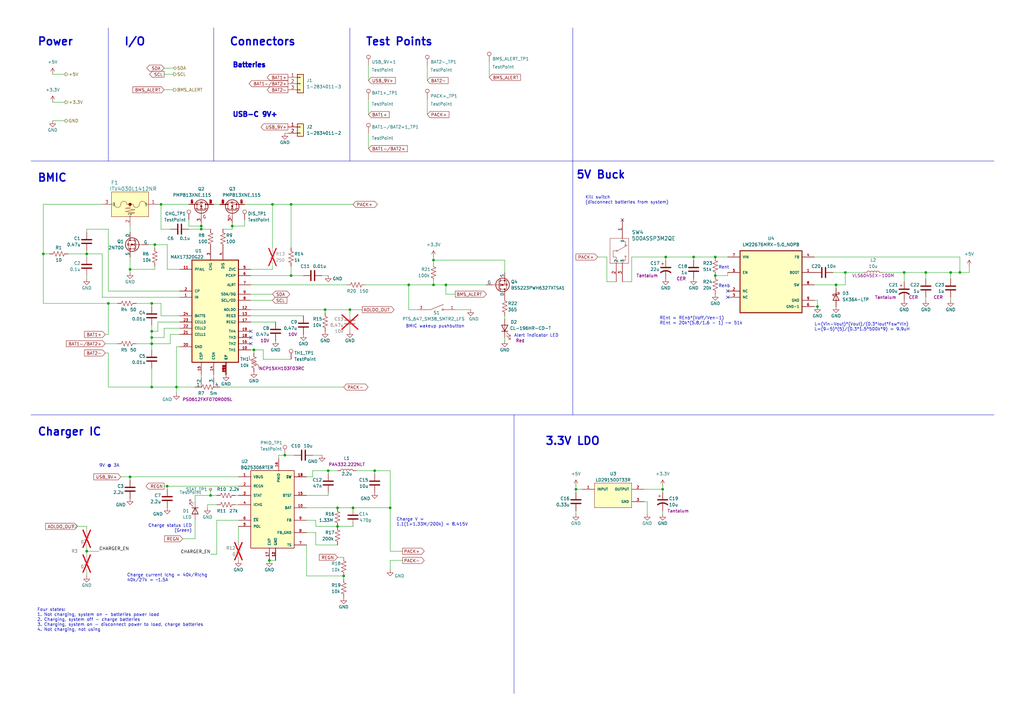
<source format=kicad_sch>
(kicad_sch (version 20230121) (generator eeschema)
  (paper "A3")
  (junction (at 389.89 111.76))
  (junction (at 72.39 158.75))
  (junction (at 53.34 110.49))
  (junction (at 62.23 135.89))
  (junction (at 53.34 195.58))
  (junction (at 138.43 215.9))
  (junction (at 167.64 116.84))
  (junction (at 35.56 226.06))
  (junction (at 138.43 208.28))
  (junction (at 119.38 83.82))
  (junction (at 62.23 158.75))
  (junction (at 35.56 104.14))
  (junction (at 116.84 186.69))
  (junction (at 134.62 193.04))
  (junction (at 342.9 116.84))
  (junction (at 62.23 140.97))
  (junction (at 335.28 125.73))
  (junction (at 160.02 208.28))
  (junction (at 133.35 127))
  (junction (at 271.78 200.66))
  (junction (at 44.45 124.46))
  (junction (at 62.23 138.43))
  (junction (at 119.38 113.03))
  (junction (at 140.97 236.22))
  (junction (at 62.23 124.46))
  (junction (at 177.8 116.84))
  (junction (at 144.78 208.28))
  (junction (at 379.73 111.76))
  (junction (at 110.49 229.87))
  (junction (at 66.04 83.82))
  (junction (at 68.58 199.39))
  (junction (at 273.05 105.41))
  (junction (at 143.51 127))
  (junction (at 82.55 92.71))
  (junction (at 370.84 111.76))
  (junction (at 111.76 83.82))
  (junction (at 346.71 111.76))
  (junction (at 177.8 106.68))
  (junction (at 153.67 193.04))
  (junction (at 182.88 116.84))
  (junction (at 284.48 105.41))
  (junction (at 82.55 93.98))
  (junction (at 17.78 104.14))
  (junction (at 104.14 143.51))
  (junction (at 293.37 113.03))
  (junction (at 236.22 200.66))
  (junction (at 293.37 105.41))
  (junction (at 95.25 92.71))
  (junction (at 63.5 100.33))
  (junction (at 393.7 111.76))
  (junction (at 86.36 203.2))
  (no_connect (at 102.87 140.97))
  (no_connect (at 102.87 138.43))
  (no_connect (at 102.87 135.89))
  (no_connect (at 255.27 90.17))
  (no_connect (at 298.45 119.38))
  (no_connect (at 298.45 121.92))
  (wire (pts (xy 113.03 132.08) (xy 102.87 132.08)))
  (wire (pts (xy 87.63 153.67) (xy 87.63 154.94)))
  (wire (pts (xy 265.43 205.74) (xy 265.43 210.82)))
  (wire (pts (xy 341.63 111.76) (xy 346.71 111.76)))
  (wire (pts (xy 27.94 104.14) (xy 35.56 104.14)))
  (wire (pts (xy 138.43 228.6) (xy 140.97 228.6)))
  (wire (pts (xy 53.34 196.85) (xy 53.34 195.58)))
  (wire (pts (xy 95.25 91.44) (xy 95.25 92.71)))
  (wire (pts (xy 379.73 111.76) (xy 389.89 111.76)))
  (wire (pts (xy 144.78 208.28) (xy 160.02 208.28)))
  (wire (pts (xy 62.23 151.13) (xy 62.23 158.75)))
  (wire (pts (xy 114.3 186.69) (xy 116.84 186.69)))
  (wire (pts (xy 68.58 100.33) (xy 68.58 110.49)))
  (wire (pts (xy 17.78 104.14) (xy 17.78 124.46)))
  (wire (pts (xy 69.85 137.16) (xy 69.85 140.97)))
  (wire (pts (xy 72.39 158.75) (xy 72.39 161.29)))
  (wire (pts (xy 361.95 111.76) (xy 370.84 111.76)))
  (wire (pts (xy 63.5 100.33) (xy 68.58 100.33)))
  (wire (pts (xy 85.09 207.01) (xy 88.9 207.01)))
  (wire (pts (xy 68.58 199.39) (xy 68.58 200.66)))
  (wire (pts (xy 35.56 224.79) (xy 35.56 226.06)))
  (wire (pts (xy 80.01 203.2) (xy 80.01 205.74)))
  (wire (pts (xy 271.78 199.39) (xy 271.78 200.66)))
  (wire (pts (xy 186.69 120.65) (xy 182.88 120.65)))
  (wire (pts (xy 55.88 124.46) (xy 62.23 124.46)))
  (wire (pts (xy 111.76 83.82) (xy 111.76 101.6)))
  (wire (pts (xy 255.27 115.57) (xy 259.08 115.57)))
  (polyline (pts (xy 12.7 66.04) (xy 234.95 66.04)))
  (wire (pts (xy 77.47 93.98) (xy 82.55 93.98)))
  (wire (pts (xy 111.76 110.49) (xy 111.76 109.22)))
  (polyline (pts (xy 143.51 11.43) (xy 143.51 66.04)))
  (wire (pts (xy 379.73 121.92) (xy 379.73 123.19)))
  (polyline (pts (xy 12.7 170.18) (xy 407.67 170.18)))
  (wire (pts (xy 182.88 116.84) (xy 199.39 116.84)))
  (wire (pts (xy 342.9 116.84) (xy 346.71 116.84)))
  (wire (pts (xy 96.52 207.01) (xy 97.79 207.01)))
  (wire (pts (xy 97.79 222.25) (xy 97.79 215.9)))
  (wire (pts (xy 129.54 215.9) (xy 129.54 213.36)))
  (wire (pts (xy 67.31 138.43) (xy 67.31 134.62)))
  (wire (pts (xy 111.76 83.82) (xy 119.38 83.82)))
  (wire (pts (xy 151.13 46.99) (xy 151.13 40.64)))
  (wire (pts (xy 128.27 193.04) (xy 128.27 195.58)))
  (wire (pts (xy 53.34 111.76) (xy 53.34 110.49)))
  (wire (pts (xy 248.92 105.41) (xy 248.92 115.57)))
  (wire (pts (xy 370.84 111.76) (xy 379.73 111.76)))
  (wire (pts (xy 72.39 142.24) (xy 72.39 158.75)))
  (wire (pts (xy 177.8 107.95) (xy 177.8 106.68)))
  (wire (pts (xy 236.22 201.93) (xy 236.22 200.66)))
  (wire (pts (xy 175.26 33.02) (xy 175.26 26.67)))
  (wire (pts (xy 138.43 208.28) (xy 144.78 208.28)))
  (wire (pts (xy 66.04 93.98) (xy 66.04 83.82)))
  (wire (pts (xy 153.67 194.31) (xy 153.67 193.04)))
  (wire (pts (xy 128.27 195.58) (xy 125.73 195.58)))
  (wire (pts (xy 119.38 83.82) (xy 119.38 101.6)))
  (wire (pts (xy 86.36 200.66) (xy 86.36 203.2)))
  (wire (pts (xy 393.7 105.41) (xy 334.01 105.41)))
  (wire (pts (xy 129.54 223.52) (xy 138.43 223.52)))
  (wire (pts (xy 114.3 186.69) (xy 114.3 187.96)))
  (wire (pts (xy 177.8 106.68) (xy 207.01 106.68)))
  (wire (pts (xy 334.01 123.19) (xy 335.28 123.19)))
  (wire (pts (xy 67.31 199.39) (xy 68.58 199.39)))
  (wire (pts (xy 104.14 143.51) (xy 104.14 144.78)))
  (wire (pts (xy 41.91 104.14) (xy 35.56 104.14)))
  (wire (pts (xy 132.08 186.69) (xy 128.27 186.69)))
  (wire (pts (xy 62.23 158.75) (xy 72.39 158.75)))
  (wire (pts (xy 82.55 153.67) (xy 82.55 154.94)))
  (wire (pts (xy 334.01 125.73) (xy 335.28 125.73)))
  (wire (pts (xy 64.77 132.08) (xy 73.66 132.08)))
  (wire (pts (xy 248.92 115.57) (xy 252.73 115.57)))
  (wire (pts (xy 160.02 229.87) (xy 165.1 229.87)))
  (wire (pts (xy 86.36 203.2) (xy 88.9 203.2)))
  (wire (pts (xy 41.91 121.92) (xy 73.66 121.92)))
  (wire (pts (xy 66.04 124.46) (xy 66.04 129.54)))
  (wire (pts (xy 100.33 83.82) (xy 111.76 83.82)))
  (wire (pts (xy 259.08 105.41) (xy 273.05 105.41)))
  (wire (pts (xy 342.9 118.11) (xy 342.9 116.84)))
  (wire (pts (xy 389.89 121.92) (xy 389.89 123.19)))
  (wire (pts (xy 35.56 215.9) (xy 35.56 217.17)))
  (wire (pts (xy 97.79 213.36) (xy 88.9 213.36)))
  (wire (pts (xy 104.14 143.51) (xy 107.95 143.51)))
  (wire (pts (xy 102.87 127) (xy 133.35 127)))
  (wire (pts (xy 153.67 193.04) (xy 160.02 193.04)))
  (wire (pts (xy 67.31 138.43) (xy 62.23 138.43)))
  (wire (pts (xy 44.45 119.38) (xy 73.66 119.38)))
  (wire (pts (xy 298.45 111.76) (xy 298.45 113.03)))
  (wire (pts (xy 44.45 124.46) (xy 44.45 137.16)))
  (wire (pts (xy 62.23 124.46) (xy 62.23 125.73)))
  (wire (pts (xy 68.58 199.39) (xy 97.79 199.39)))
  (wire (pts (xy 119.38 109.22) (xy 119.38 113.03)))
  (wire (pts (xy 334.01 116.84) (xy 342.9 116.84)))
  (wire (pts (xy 43.18 140.97) (xy 48.26 140.97)))
  (wire (pts (xy 138.43 215.9) (xy 144.78 215.9)))
  (wire (pts (xy 17.78 83.82) (xy 17.78 104.14)))
  (wire (pts (xy 90.17 83.82) (xy 87.63 83.82)))
  (wire (pts (xy 125.73 236.22) (xy 125.73 223.52)))
  (wire (pts (xy 107.95 147.32) (xy 119.38 147.32)))
  (wire (pts (xy 64.77 135.89) (xy 62.23 135.89)))
  (wire (pts (xy 110.49 229.87) (xy 113.03 229.87)))
  (wire (pts (xy 69.85 140.97) (xy 62.23 140.97)))
  (wire (pts (xy 167.64 127) (xy 167.64 116.84)))
  (wire (pts (xy 63.5 110.49) (xy 63.5 109.22)))
  (wire (pts (xy 68.58 110.49) (xy 73.66 110.49)))
  (wire (pts (xy 73.66 142.24) (xy 72.39 142.24)))
  (wire (pts (xy 236.22 200.66) (xy 238.76 200.66)))
  (wire (pts (xy 53.34 92.71) (xy 53.34 95.25)))
  (wire (pts (xy 133.35 128.27) (xy 133.35 127)))
  (wire (pts (xy 82.55 92.71) (xy 82.55 93.98)))
  (wire (pts (xy 88.9 227.33) (xy 86.36 227.33)))
  (wire (pts (xy 134.62 193.04) (xy 138.43 193.04)))
  (wire (pts (xy 62.23 133.35) (xy 62.23 135.89)))
  (wire (pts (xy 298.45 113.03) (xy 293.37 113.03)))
  (wire (pts (xy 102.87 110.49) (xy 111.76 110.49)))
  (wire (pts (xy 82.55 93.98) (xy 86.36 93.98)))
  (wire (pts (xy 35.56 93.98) (xy 35.56 95.25)))
  (wire (pts (xy 111.76 123.19) (xy 102.87 123.19)))
  (wire (pts (xy 72.39 158.75) (xy 80.01 158.75)))
  (wire (pts (xy 62.23 135.89) (xy 62.23 138.43)))
  (wire (pts (xy 48.26 124.46) (xy 44.45 124.46)))
  (wire (pts (xy 95.25 92.71) (xy 95.25 93.98)))
  (wire (pts (xy 41.91 121.92) (xy 41.91 104.14)))
  (wire (pts (xy 116.84 54.61) (xy 118.11 54.61)))
  (wire (pts (xy 100.33 90.17) (xy 100.33 92.71)))
  (wire (pts (xy 44.45 158.75) (xy 62.23 158.75)))
  (wire (pts (xy 165.1 226.06) (xy 160.02 226.06)))
  (wire (pts (xy 67.31 134.62) (xy 73.66 134.62)))
  (wire (pts (xy 271.78 200.66) (xy 264.16 200.66)))
  (wire (pts (xy 393.7 105.41) (xy 393.7 111.76)))
  (wire (pts (xy 379.73 114.3) (xy 379.73 111.76)))
  (wire (pts (xy 160.02 193.04) (xy 160.02 208.28)))
  (wire (pts (xy 134.62 113.03) (xy 132.08 113.03)))
  (wire (pts (xy 66.04 129.54) (xy 73.66 129.54)))
  (wire (pts (xy 55.88 140.97) (xy 62.23 140.97)))
  (wire (pts (xy 236.22 210.82) (xy 236.22 209.55)))
  (wire (pts (xy 389.89 114.3) (xy 389.89 111.76)))
  (wire (pts (xy 31.75 215.9) (xy 35.56 215.9)))
  (wire (pts (xy 149.86 116.84) (xy 167.64 116.84)))
  (wire (pts (xy 90.17 158.75) (xy 140.97 158.75)))
  (wire (pts (xy 66.04 93.98) (xy 69.85 93.98)))
  (polyline (pts (xy 44.45 11.43) (xy 44.45 66.04)))
  (wire (pts (xy 273.05 105.41) (xy 284.48 105.41)))
  (wire (pts (xy 44.45 144.78) (xy 44.45 158.75)))
  (wire (pts (xy 60.96 100.33) (xy 63.5 100.33)))
  (wire (pts (xy 21.59 49.53) (xy 26.67 49.53)))
  (wire (pts (xy 102.87 113.03) (xy 119.38 113.03)))
  (wire (pts (xy 140.97 237.49) (xy 140.97 236.22)))
  (wire (pts (xy 49.53 195.58) (xy 53.34 195.58)))
  (wire (pts (xy 177.8 105.41) (xy 177.8 106.68)))
  (wire (pts (xy 119.38 113.03) (xy 124.46 113.03)))
  (wire (pts (xy 35.56 105.41) (xy 35.56 104.14)))
  (wire (pts (xy 273.05 106.68) (xy 273.05 105.41)))
  (wire (pts (xy 64.77 83.82) (xy 66.04 83.82)))
  (polyline (pts (xy 234.95 11.43) (xy 234.95 66.04)))
  (wire (pts (xy 44.45 93.98) (xy 44.45 119.38)))
  (wire (pts (xy 125.73 236.22) (xy 140.97 236.22)))
  (wire (pts (xy 134.62 203.2) (xy 134.62 201.93)))
  (wire (pts (xy 82.55 92.71) (xy 77.47 92.71)))
  (wire (pts (xy 85.09 207.01) (xy 85.09 208.28)))
  (wire (pts (xy 265.43 205.74) (xy 264.16 205.74)))
  (polyline (pts (xy 210.82 170.18) (xy 210.82 284.48)))
  (wire (pts (xy 129.54 218.44) (xy 129.54 223.52)))
  (wire (pts (xy 82.55 91.44) (xy 82.55 92.71)))
  (wire (pts (xy 44.45 93.98) (xy 35.56 93.98)))
  (wire (pts (xy 129.54 213.36) (xy 125.73 213.36)))
  (polyline (pts (xy 234.95 66.04) (xy 407.67 66.04)))
  (wire (pts (xy 397.51 109.22) (xy 397.51 111.76)))
  (wire (pts (xy 21.59 41.91) (xy 26.67 41.91)))
  (wire (pts (xy 63.5 101.6) (xy 63.5 100.33)))
  (wire (pts (xy 74.93 220.98) (xy 80.01 220.98)))
  (wire (pts (xy 393.7 111.76) (xy 397.51 111.76)))
  (wire (pts (xy 125.73 208.28) (xy 138.43 208.28)))
  (wire (pts (xy 96.52 203.2) (xy 97.79 203.2)))
  (wire (pts (xy 80.01 203.2) (xy 86.36 203.2)))
  (wire (pts (xy 177.8 116.84) (xy 182.88 116.84)))
  (wire (pts (xy 160.02 208.28) (xy 160.02 226.06)))
  (wire (pts (xy 111.76 120.65) (xy 102.87 120.65)))
  (wire (pts (xy 17.78 83.82) (xy 41.91 83.82)))
  (wire (pts (xy 245.11 105.41) (xy 248.92 105.41)))
  (wire (pts (xy 207.01 106.68) (xy 207.01 111.76)))
  (wire (pts (xy 43.18 144.78) (xy 44.45 144.78)))
  (wire (pts (xy 207.01 139.7) (xy 207.01 138.43)))
  (wire (pts (xy 160.02 229.87) (xy 160.02 233.68)))
  (wire (pts (xy 346.71 111.76) (xy 346.71 116.84)))
  (wire (pts (xy 80.01 220.98) (xy 80.01 213.36)))
  (wire (pts (xy 20.32 104.14) (xy 17.78 104.14)))
  (wire (pts (xy 186.69 127) (xy 193.04 127)))
  (wire (pts (xy 389.89 111.76) (xy 393.7 111.76)))
  (wire (pts (xy 284.48 106.68) (xy 284.48 105.41)))
  (wire (pts (xy 107.95 143.51) (xy 107.95 147.32)))
  (wire (pts (xy 271.78 210.82) (xy 271.78 209.55)))
  (wire (pts (xy 335.28 123.19) (xy 335.28 125.73)))
  (wire (pts (xy 236.22 199.39) (xy 236.22 200.66)))
  (wire (pts (xy 53.34 195.58) (xy 97.79 195.58)))
  (polyline (pts (xy 234.95 66.04) (xy 234.95 170.18)))
  (wire (pts (xy 271.78 201.93) (xy 271.78 200.66)))
  (wire (pts (xy 146.05 193.04) (xy 153.67 193.04)))
  (wire (pts (xy 177.8 115.57) (xy 177.8 116.84)))
  (wire (pts (xy 138.43 215.9) (xy 129.54 215.9)))
  (wire (pts (xy 102.87 116.84) (xy 142.24 116.84)))
  (wire (pts (xy 77.47 90.17) (xy 77.47 92.71)))
  (wire (pts (xy 35.56 226.06) (xy 40.64 226.06)))
  (wire (pts (xy 35.56 226.06) (xy 35.56 227.33)))
  (wire (pts (xy 134.62 193.04) (xy 128.27 193.04)))
  (wire (pts (xy 119.38 83.82) (xy 144.78 83.82)))
  (wire (pts (xy 21.59 30.48) (xy 26.67 30.48)))
  (wire (pts (xy 182.88 120.65) (xy 182.88 116.84)))
  (wire (pts (xy 100.33 92.71) (xy 95.25 92.71)))
  (wire (pts (xy 35.56 236.22) (xy 35.56 234.95)))
  (wire (pts (xy 125.73 203.2) (xy 134.62 203.2)))
  (wire (pts (xy 167.64 127) (xy 171.45 127)))
  (wire (pts (xy 284.48 105.41) (xy 293.37 105.41)))
  (wire (pts (xy 53.34 105.41) (xy 53.34 110.49)))
  (wire (pts (xy 259.08 115.57) (xy 259.08 105.41)))
  (wire (pts (xy 35.56 114.3) (xy 35.56 113.03)))
  (wire (pts (xy 63.5 110.49) (xy 53.34 110.49)))
  (wire (pts (xy 71.12 36.83) (xy 67.31 36.83)))
  (wire (pts (xy 62.23 138.43) (xy 62.23 140.97)))
  (wire (pts (xy 71.12 30.48) (xy 67.31 30.48)))
  (wire (pts (xy 71.12 27.94) (xy 67.31 27.94)))
  (wire (pts (xy 151.13 60.96) (xy 151.13 54.61)))
  (wire (pts (xy 104.14 143.51) (xy 102.87 143.51)))
  (wire (pts (xy 143.51 127) (xy 148.59 127)))
  (wire (pts (xy 346.71 111.76) (xy 354.33 111.76)))
  (wire (pts (xy 293.37 105.41) (xy 298.45 105.41)))
  (wire (pts (xy 62.23 143.51) (xy 62.23 140.97)))
  (wire (pts (xy 124.46 129.54) (xy 102.87 129.54)))
  (wire (pts (xy 207.01 130.81) (xy 207.01 129.54)))
  (wire (pts (xy 64.77 132.08) (xy 64.77 135.89)))
  (wire (pts (xy 167.64 116.84) (xy 177.8 116.84)))
  (wire (pts (xy 43.18 137.16) (xy 44.45 137.16)))
  (wire (pts (xy 200.66 31.75) (xy 200.66 25.4)))
  (wire (pts (xy 116.84 186.69) (xy 120.65 186.69)))
  (wire (pts (xy 88.9 213.36) (xy 88.9 227.33)))
  (polyline (pts (xy 87.63 11.43) (xy 87.63 66.04)))
  (wire (pts (xy 35.56 104.14) (xy 35.56 102.87)))
  (wire (pts (xy 125.73 218.44) (xy 129.54 218.44)))
  (wire (pts (xy 151.13 33.02) (xy 151.13 26.67)))
  (wire (pts (xy 370.84 111.76) (xy 370.84 115.57)))
  (wire (pts (xy 175.26 46.99) (xy 175.26 40.64)))
  (wire (pts (xy 143.51 128.27) (xy 143.51 127)))
  (wire (pts (xy 17.78 124.46) (xy 44.45 124.46)))
  (wire (pts (xy 69.85 137.16) (xy 73.66 137.16)))
  (wire (pts (xy 62.23 124.46) (xy 66.04 124.46)))
  (wire (pts (xy 66.04 83.82) (xy 77.47 83.82)))
  (wire (pts (xy 133.35 127) (xy 143.51 127)))
  (wire (pts (xy 95.25 93.98) (xy 91.44 93.98)))
  (wire (pts (xy 134.62 193.04) (xy 134.62 194.31)))
  (text "REnt = REnb*(Voff/Ven-1)\nREnt = 20k*(5.8/1.6 - 1) ~= 51k" (at 270.51 133.35 0) (effects (font (size 1.27 1.27)) (justify left bottom)))
  (text "USB-C 9V+" (at 95.25 48.26 0) (effects (font (size 2 2) (thickness 0.6) bold) (justify left bottom)))
  (text "Rent" (at 294.64 110.49 0) (effects (font (size 1.27 1.27)) (justify left bottom)))
  (text "5V Buck" (at 236.22 73.66 0) (effects (font (size 3.2 3.2) (thickness 0.6) bold) (justify left bottom)))
  (text "BMIC wakeup pushbutton" (at 166.37 134.62 0) (effects (font (size 1.27 1.27)) (justify left bottom)))
  (text "Test Points" (at 149.86 19.05 0) (effects (font (size 3.2 3.2) (thickness 0.6) bold) (justify left bottom)))
  (text "I/O" (at 50.8 19.05 0) (effects (font (size 3.2 3.2) (thickness 0.6) bold) (justify left bottom)))
  (text "Alert indicator LED" (at 210.82 138.43 0) (effects (font (size 1.27 1.27)) (justify left bottom)))
  (text "Connectors" (at 93.98 19.05 0) (effects (font (size 3.2 3.2) (thickness 0.6) bold) (justify left bottom)))
  (text "Charge V =\n1.1(1+1.33M/200k) = 8.415V" (at 162.56 215.9 0) (effects (font (size 1.27 1.27)) (justify left bottom)))
  (text "L=(Vin-Vout)*(Vout)/(0.3*Iout*Fsw*Vin)\nL=(9-5)*(5)/(0.3*1.5*500k*9) = 9.9uH" (at 334.01 135.89 0) (effects (font (size 1.27 1.27)) (justify left bottom)))
  (text "3.3V LDO" (at 223.52 182.88 0) (effects (font (size 3.2 3.2) (thickness 0.6) bold) (justify left bottom)))
  (text "Charger IC" (at 15.24 179.07 0) (effects (font (size 3.2 3.2) (thickness 0.6) bold) (justify left bottom)))
  (text "Kill switch\n(disconnect batteries from system)" (at 240.03 83.82 0) (effects (font (size 1.27 1.27)) (justify left bottom)))
  (text "Batteries" (at 95.25 27.94 0) (effects (font (size 2 2) (thickness 0.6) bold) (justify left bottom)))
  (text "Four states:\n1. Not charging, system on - batteries power load\n2. Charging, system off - charge batteries\n3. Charging, system on - disconnect power to load, charge batteries\n4. Not charging, not using" (at 15.24 259.08 0) (effects (font (size 1.27 1.27)) (justify left bottom)))
  (text "BMIC" (at 15.24 74.93 0) (effects (font (size 3.2 3.2) (thickness 0.6) bold) (justify left bottom)))
  (text "9V @ 3A" (at 40.64 191.77 0) (effects (font (size 1.27 1.27)) (justify left bottom)))
  (text "Power" (at 15.24 19.05 0) (effects (font (size 3.2 3.2) (thickness 0.6) bold) (justify left bottom)))
  (text "Charge current Ichg = 40k/RIchg\n40k/27k = ~1.5A" (at 52.07 238.76 0) (effects (font (size 1.27 1.27)) (justify left bottom)))
  (text "Charge status LED\n(Green)" (at 78.74 218.44 0) (effects (font (size 1.27 1.27)) (justify right bottom)))
  (text "Renb" (at 294.64 118.11 0) (effects (font (size 1.27 1.27)) (justify left bottom)))
  (label "CHARGER_EN" (at 86.36 227.33 180))
  (label "CHARGER_EN" (at 40.64 226.06 0))
  (global_label "SDA" (shape bidirectional) (at 111.76 120.65 0) (property "Intersheetrefs" "${INTERSHEET_REFS}" (effects hide)))
  (global_label "PACK+" (shape bidirectional) (at 144.78 83.82 0) (property "Intersheetrefs" "${INTERSHEET_REFS}" (effects hide)))
  (global_label "REGN" (shape input) (at 74.93 220.98 180) (property "Intersheetrefs" "${INTERSHEET_REFS}" (effects hide)))
  (global_label "BAT2-" (shape input) (at 43.18 144.78 180) (property "Intersheetrefs" "${INTERSHEET_REFS}" (effects hide)))
  (global_label "PACK+" (shape output) (at 165.1 226.06 0) (property "Intersheetrefs" "${INTERSHEET_REFS}" (effects hide)))
  (global_label "SCL" (shape input) (at 111.76 123.19 0) (property "Intersheetrefs" "${INTERSHEET_REFS}" (effects hide)))
  (global_label "BAT1-{slash}BAT2+" (shape input) (at 43.18 140.97 180) (property "Intersheetrefs" "${INTERSHEET_REFS}" (effects hide)))
  (global_label "BMS_ALERT" (shape input) (at 200.66 31.75 0) (property "Intersheetrefs" "${INTERSHEET_REFS}" (effects hide)))
  (global_label "BAT1+" (shape output) (at 118.11 31.75 180) (property "Intersheetrefs" "${INTERSHEET_REFS}" (effects hide)))
  (global_label "BAT1+" (shape input) (at 43.18 137.16 180) (property "Intersheetrefs" "${INTERSHEET_REFS}" (effects hide)))
  (global_label "BAT1+" (shape input) (at 151.13 46.99 0) (property "Intersheetrefs" "${INTERSHEET_REFS}" (effects hide)))
  (global_label "BAT1-{slash}BAT2+" (shape output) (at 118.11 34.29 180) (property "Intersheetrefs" "${INTERSHEET_REFS}" (effects hide)))
  (global_label "AOLDO_OUT" (shape output) (at 148.59 127 0) (property "Intersheetrefs" "${INTERSHEET_REFS}" (effects hide)))
  (global_label "REGN" (shape input) (at 138.43 228.6 180) (property "Intersheetrefs" "${INTERSHEET_REFS}" (effects hide)))
  (global_label "PACK+" (shape input) (at 175.26 46.99 0) (property "Intersheetrefs" "${INTERSHEET_REFS}" (effects hide)))
  (global_label "USB_9V+" (shape output) (at 118.11 52.07 180) (property "Intersheetrefs" "${INTERSHEET_REFS}" (effects hide)))
  (global_label "AOLDO_OUT" (shape input) (at 31.75 215.9 180) (property "Intersheetrefs" "${INTERSHEET_REFS}" (effects hide)))
  (global_label "PACK-" (shape bidirectional) (at 140.97 158.75 0) (property "Intersheetrefs" "${INTERSHEET_REFS}" (effects hide)))
  (global_label "BMS_ALERT" (shape input) (at 67.31 36.83 180) (property "Intersheetrefs" "${INTERSHEET_REFS}" (effects hide)))
  (global_label "USB_9V+" (shape input) (at 49.53 195.58 180) (property "Intersheetrefs" "${INTERSHEET_REFS}" (effects hide)))
  (global_label "USB_9V+" (shape input) (at 151.13 33.02 0) (property "Intersheetrefs" "${INTERSHEET_REFS}" (effects hide)))
  (global_label "PACK+" (shape input) (at 245.11 105.41 180) (property "Intersheetrefs" "${INTERSHEET_REFS}" (effects hide)))
  (global_label "REGN" (shape output) (at 67.31 199.39 180) (property "Intersheetrefs" "${INTERSHEET_REFS}" (effects hide)))
  (global_label "SDA" (shape bidirectional) (at 67.31 27.94 180) (property "Intersheetrefs" "${INTERSHEET_REFS}" (effects hide)))
  (global_label "PACK-" (shape output) (at 165.1 229.87 0) (property "Intersheetrefs" "${INTERSHEET_REFS}" (effects hide)))
  (global_label "BAT2-" (shape output) (at 118.11 36.83 180) (property "Intersheetrefs" "${INTERSHEET_REFS}" (effects hide)))
  (global_label "SCL" (shape output) (at 67.31 30.48 180) (property "Intersheetrefs" "${INTERSHEET_REFS}" (effects hide)))
  (global_label "BMS_ALERT" (shape output) (at 186.69 120.65 0) (property "Intersheetrefs" "${INTERSHEET_REFS}" (effects hide)))
  (global_label "BAT1-{slash}BAT2+" (shape input) (at 151.13 60.96 0) (property "Intersheetrefs" "${INTERSHEET_REFS}" (effects hide)))
  (global_label "BAT2-" (shape input) (at 175.26 33.02 0) (property "Intersheetrefs" "${INTERSHEET_REFS}" (effects hide)))
  (hierarchical_label "SCL" (shape output) (at 71.12 30.48 0))
  (hierarchical_label "+5V" (shape output) (at 26.67 30.48 0))
  (hierarchical_label "GND" (shape output) (at 26.67 49.53 0))
  (hierarchical_label "SDA" (shape bidirectional) (at 71.12 27.94 0))
  (hierarchical_label "+3.3V" (shape output) (at 26.67 41.91 0))
  (hierarchical_label "BMS_ALERT" (shape output) (at 71.12 36.83 0))
  (symbol (lib_id "power:GND") (at 273.05 114.3 0) (unit 1)
    (property "Reference" "#PWR046" (effects hide))
    (property "Value" "GND" (at 273.05 118.11 0))
  )
  (symbol (lib_id "power:GND") (at 124.46 137.16 0) (unit 1)
    (property "Reference" "#PWR030" (effects hide))
    (property "Value" "GND" (at 124.46 140.97 0))
  )
  (symbol (lib_id "Device:R_US") (at 140.97 241.3 0) (unit 1)
    (property "Reference" "R19" (at 135.89 240.03 0) (effects (justify left)))
    (property "Value" "10k" (at 135.89 242.57 0) (effects (justify left)))
    (property "Footprint" "Resistor_SMD:R_0402_1005Metric_Pad0.72x0.64mm_HandSolder" (effects hide))
  )
  (symbol (lib_id "BMS:500ASSP3M2QE") (at 255.27 90.17 270) (unit 1)
    (property "Reference" "SW4" (at 259.08 95.25 90) (effects (font (size 1.524 1.524)) (justify left)))
    (property "Value" "500ASSP3M2QE" (at 259.08 97.79 90) (effects (font (size 1.524 1.524)) (justify left)))
    (property "Footprint" "500ASSP3M2QE_EWI" (effects hide))
    (property "Datasheet" "500ASSP3M2QE" (effects hide))
  )
  (symbol (lib_id "power:GND") (at 342.9 125.73 0) (unit 1)
    (property "Reference" "#PWR053" (effects hide))
    (property "Value" "GND" (at 342.9 129.54 0))
  )
  (symbol (lib_id "Device:C") (at 62.23 147.32 0) (unit 1)
    (property "Reference" "C5" (at 59.69 146.05 0) (effects (justify right)))
    (property "Value" "0.01u" (at 59.69 148.59 0) (effects (justify right)))
    (property "Footprint" "Capacitor_SMD:C_0402_1005Metric_Pad0.74x0.62mm_HandSolder" (effects hide))
  )
  (symbol (lib_id "Device:R_US") (at 35.56 220.98 0) (unit 1) (dnp yes)
    (property "Reference" "R2" (at 29.21 215.9 0) (effects (justify left)))
    (property "Value" "0" (at 33.02 222.25 0) (effects (justify left)))
    (property "Footprint" "Resistor_SMD:R_0402_1005Metric_Pad0.72x0.64mm_HandSolder" (effects hide))
  )
  (symbol (lib_id "Device:R_US") (at 35.56 231.14 0) (unit 1) (dnp yes)
    (property "Reference" "R3" (at 29.21 226.06 0) (effects (justify left)))
    (property "Value" "0" (at 33.02 232.41 0) (effects (justify left)))
    (property "Footprint" "Resistor_SMD:R_0402_1005Metric_Pad0.72x0.64mm_HandSolder" (effects hide))
  )
  (symbol (lib_id "Connector:TestPoint") (at 100.33 90.17 0) (unit 1)
    (property "Reference" "DIS_TP1" (at 101.6 87.63 0) (effects (justify left)))
    (property "Value" "TestPoint" (at 101.6 90.17 0) (effects (justify left)))
    (property "Footprint" "TestPoint:TestPoint_Pad_D1.5mm" (effects hide))
  )
  (symbol (lib_id "2024-10-02_16-38-03:ITV4030L1412NR") (at 38.1 83.82 0) (unit 1)
    (property "Reference" "F1" (at 46.99 74.93 0) (effects (font (size 1.524 1.524))))
    (property "Value" "ITV4030L1412NR" (at 54.61 77.47 0) (effects (font (size 1.524 1.524))))
    (property "Footprint" "Sensify Footprints:ITV4030_LTF" (effects hide))
    (property "Datasheet" "https://mm.digikey.com/Volume0/opasdata/d220001/medias/docus/194/ITV4030_12A_Series_DS.pdf" (effects hide))
  )
  (symbol (lib_id "Device:C") (at 153.67 198.12 0) (unit 1)
    (property "Reference" "C15" (at 151.13 196.85 0) (effects (justify right)))
    (property "Value" "10u" (at 151.13 199.39 0) (effects (justify right)))
    (property "Footprint" "Capacitor_SMD:C_0805_2012Metric_Pad1.18x1.45mm_HandSolder" (effects hide))
  )
  (symbol (lib_id "power:GND") (at 35.56 114.3 0) (unit 1)
    (property "Reference" "#PWR018" (effects hide))
    (property "Value" "GND" (at 35.56 118.11 0))
  )
  (symbol (lib_id "power:+3.3V") (at 21.59 41.91 0) (unit 1)
    (property "Reference" "#PWR015" (effects hide))
    (property "Value" "+3.3V" (at 21.59 36.83 0))
  )
  (symbol (lib_id "power:GND") (at 110.49 229.87 0) (unit 1)
    (property "Reference" "#PWR027" (effects hide))
    (property "Value" "GND" (at 110.49 233.68 0))
  )
  (symbol (lib_id "BMS:LM22676MRX-5.0_NOPB") (at 316.23 115.57 0) (unit 1)
    (property "Reference" "U4" (at 316.23 97.79 0))
    (property "Value" "LM22676MRX-5.0_NOPB" (at 316.23 100.33 0))
    (property "Footprint" "Sensify Footprints:VREG_LM5017MR_NOPB" (effects hide))
    (property "Datasheet" "https://www.ti.com/lit/ds/symlink/lm22676.pdf?HQS=dis-dk-null-digikeymode-dsf-pf-null-wwe&ts=1730089609705&ref_url=https%253A%252F%252Fwww.icqqg.com%252F" (effects hide))
  )
  (symbol (lib_id "power:GND") (at 116.84 54.61 0) (unit 1)
    (property "Reference" "#PWR029" (effects hide))
    (property "Value" "GND" (at 116.84 58.42 0))
  )
  (symbol (lib_id "power:GND") (at 35.56 236.22 0) (unit 1)
    (property "Reference" "#PWR017" (effects hide))
    (property "Value" "GND" (at 35.56 240.03 0))
  )
  (symbol (lib_id "Device:R_US") (at 177.8 111.76 0) (unit 1)
    (property "Reference" "R21" (at 172.72 110.49 0) (effects (justify left)))
    (property "Value" "100k" (at 171.45 113.03 0) (effects (justify left)))
    (property "Footprint" "Resistor_SMD:R_0402_1005Metric_Pad0.72x0.64mm_HandSolder" (effects hide))
  )
  (symbol (lib_id "Device:C_Polarized_US") (at 273.05 110.49 0) (unit 1)
    (property "Reference" "C17" (at 266.7 107.95 0) (effects (justify left)))
    (property "Value" "22u" (at 266.7 110.49 0) (effects (justify left)))
    (property "Footprint" "Sensify Footprints:CAPPM3528X210N" (effects hide))
    (property "Datasheet" "https://www.vishay.com/docs/40002/293d.pdf" (effects hide))
    (property "Material" "Tantalum" (at 265.43 113.03 0))
  )
  (symbol (lib_id "Device:R_US") (at 140.97 232.41 0) (unit 1)
    (property "Reference" "R18" (at 135.89 231.14 0) (effects (justify left)))
    (property "Value" "10k" (at 135.89 233.68 0) (effects (justify left)))
    (property "Footprint" "Resistor_SMD:R_0402_1005Metric_Pad0.72x0.64mm_HandSolder" (effects hide))
  )
  (symbol (lib_id "Connector_Generic:Conn_01x02") (at 123.19 52.07 0) (unit 1)
    (property "Reference" "J2" (at 125.73 52.07 0) (effects (justify left)))
    (property "Value" "1-2834011-2" (at 125.73 54.61 0) (effects (justify left)))
    (property "Footprint" "Sensify Footprints:128340112" (effects hide))
    (property "Datasheet" "https://www.te.com/commerce/DocumentDelivery/DDEController?Action=srchrtrv&DocNm=1-1773872-7_ModularScrewlessTerminalBloc&DocType=DS&DocLang=English" (effects hide))
  )
  (symbol (lib_id "power:GND") (at 335.28 125.73 0) (unit 1)
    (property "Reference" "#PWR052" (effects hide))
    (property "Value" "GND" (at 335.28 129.54 0))
  )
  (symbol (lib_id "power:GND") (at 143.51 135.89 0) (unit 1)
    (property "Reference" "#PWR035" (effects hide))
    (property "Value" "GND" (at 143.51 139.7 0))
  )
  (symbol (lib_id "power:GND") (at 271.78 210.82 0) (unit 1)
    (property "Reference" "#PWR050" (effects hide))
    (property "Value" "GND" (at 271.78 214.63 0))
  )
  (symbol (lib_id "Connector:TestPoint") (at 77.47 90.17 0) (mirror y) (unit 1)
    (property "Reference" "CHG_TP1" (at 76.2 87.63 0) (effects (justify left)))
    (property "Value" "TestPoint" (at 76.2 90.17 0) (effects (justify left)))
    (property "Footprint" "TestPoint:TestPoint_Pad_D1.5mm" (effects hide))
  )
  (symbol (lib_id "Device:R_US") (at 52.07 124.46 270) (unit 1)
    (property "Reference" "R4" (at 49.53 127 90) (effects (justify left)))
    (property "Value" "50" (at 53.34 127 90) (effects (justify left)))
    (property "Footprint" "Resistor_SMD:R_0805_2012Metric_Pad1.20x1.40mm_HandSolder" (effects hide))
  )
  (symbol (lib_id "power:GND") (at 133.35 135.89 0) (unit 1)
    (property "Reference" "#PWR032" (effects hide))
    (property "Value" "GND" (at 133.35 139.7 0))
  )
  (symbol (lib_id "power:GND") (at 104.14 152.4 0) (unit 1)
    (property "Reference" "#PWR026" (effects hide))
    (property "Value" "GND" (at 104.14 156.21 0))
  )
  (symbol (lib_id "power:GND") (at 113.03 139.7 0) (unit 1)
    (property "Reference" "#PWR028" (effects hide))
    (property "Value" "GND" (at 113.03 143.51 0))
  )
  (symbol (lib_id "Device:R_US") (at 138.43 219.71 0) (unit 1)
    (property "Reference" "R17" (at 133.35 218.44 0) (effects (justify left)))
    (property "Value" "200k" (at 132.08 220.98 0) (effects (justify left)))
    (property "Footprint" "Resistor_SMD:R_0402_1005Metric_Pad0.72x0.64mm_HandSolder" (effects hide))
  )
  (symbol (lib_id "power:GND") (at 97.79 229.87 0) (unit 1)
    (property "Reference" "#PWR025" (effects hide))
    (property "Value" "GND" (at 97.79 233.68 0))
  )
  (symbol (lib_id "Device:C") (at 144.78 212.09 0) (unit 1)
    (property "Reference" "C14" (at 151.13 210.82 0) (effects (justify right)))
    (property "Value" "470p" (at 152.4 213.36 0) (effects (justify right)))
    (property "Footprint" "Capacitor_SMD:C_0402_1005Metric_Pad0.74x0.62mm_HandSolder" (effects hide))
  )
  (symbol (lib_id "Device:R_US") (at 207.01 125.73 0) (unit 1)
    (property "Reference" "R22" (at 208.28 124.46 0) (effects (justify left)))
    (property "Value" "365" (at 208.28 127 0) (effects (justify left)))
    (property "Footprint" "Resistor_SMD:R_0402_1005Metric_Pad0.72x0.64mm_HandSolder" (effects hide))
  )
  (symbol (lib_id "Simulation_SPICE:PMOS") (at 204.47 116.84 0) (mirror x) (unit 1)
    (property "Reference" "Q4" (at 209.55 115.57 0) (effects (justify left)))
    (property "Value" "BSS223PWH6327XTSA1" (at 209.55 118.11 0) (effects (justify left)))
    (property "Footprint" "Sensify Footprints:SOT65P210X100-3N" (effects hide))
    (property "Datasheet" "https://www.infineon.com/dgdl/Infineon-BSS223PW-DS-v01_05-en.pdf?fileId=db3a3043321e49940132481523b6245f" (effects hide))
    (property "Sim.Device" "PMOS" (effects hide))
    (property "Sim.Type" "VDMOS" (effects hide))
    (property "Sim.Pins" "1=D 2=G 3=S" (effects hide))
  )
  (symbol (lib_id "power:GND") (at 193.04 127 0) (unit 1)
    (property "Reference" "#PWR042" (effects hide))
    (property "Value" "GND" (at 194.31 130.81 0))
  )
  (symbol (lib_id "Device:R_Shunt_US") (at 85.09 158.75 90) (unit 1)
    (property "Reference" "R7" (at 82.55 161.29 90))
    (property "Value" "5m" (at 87.63 161.29 90))
    (property "Footprint" "Sensify Footprints:PS0612_2-10mOHM_YAG" (effects hide))
    (property "Datasheet" "https://www.yageo.com/upload/media/product/app/datasheet/rchip/pyu-ps_51_rohs.pdf" (effects hide))
    (property "Part number" "PS0612FKF070R005L" (at 85.09 163.83 90))
  )
  (symbol (lib_id "power:GND") (at 265.43 210.82 0) (unit 1)
    (property "Reference" "#PWR047" (effects hide))
    (property "Value" "GND" (at 265.43 214.63 0))
  )
  (symbol (lib_id "power:GND") (at 53.34 204.47 0) (unit 1)
    (property "Reference" "#PWR020" (effects hide))
    (property "Value" "GND" (at 49.53 207.01 0))
  )
  (symbol (lib_id "Device:C") (at 389.89 118.11 0) (unit 1)
    (property "Reference" "C23" (at 387.35 116.84 0) (effects (justify right)))
    (property "Value" "1u" (at 387.35 119.38 0) (effects (justify right)))
    (property "Footprint" "Capacitor_SMD:C_0603_1608Metric_Pad1.08x0.95mm_HandSolder" (effects hide))
    (property "Material" "CER" (at 384.81 121.92 0))
  )
  (symbol (lib_id "Device:R_US") (at 63.5 105.41 0) (unit 1)
    (property "Reference" "R6" (at 58.42 104.14 0) (effects (justify left)))
    (property "Value" "10k" (at 58.42 106.68 0) (effects (justify left)))
    (property "Footprint" "Resistor_SMD:R_0402_1005Metric_Pad0.72x0.64mm_HandSolder" (effects hide))
  )
  (symbol (lib_id "power:GND") (at 132.08 186.69 0) (unit 1)
    (property "Reference" "#PWR031" (effects hide))
    (property "Value" "GND" (at 128.27 189.23 0))
  )
  (symbol (lib_id "Connector:TestPoint") (at 151.13 26.67 0) (unit 1)
    (property "Reference" "USB_9V+1" (at 152.4 25.4 0) (effects (justify left)))
    (property "Value" "TestPoint" (at 152.4 28.702 0) (effects (justify left)))
    (property "Footprint" "TestPoint:TestPoint_Pad_D1.5mm" (effects hide))
  )
  (symbol (lib_id "Device:C") (at 143.51 132.08 0) (unit 1) (dnp yes)
    (property "Reference" "C13" (at 140.97 130.81 0) (effects (justify right)))
    (property "Value" "0.47u" (at 140.97 133.35 0) (effects (justify right)))
    (property "Footprint" "Capacitor_SMD:C_0402_1005Metric_Pad0.74x0.62mm_HandSolder" (effects hide))
    (property "Voltage" "10V" (at 140.97 135.89 0) (effects (justify right)))
  )
  (symbol (lib_id "power:GND") (at 370.84 123.19 0) (unit 1)
    (property "Reference" "#PWR054" (effects hide))
    (property "Value" "GND" (at 370.84 127 0))
  )
  (symbol (lib_id "power:+5V") (at 236.22 199.39 0) (unit 1)
    (property "Reference" "#PWR044" (effects hide))
    (property "Value" "+5V" (at 236.22 194.31 0))
  )
  (symbol (lib_id "power:GND") (at 379.73 123.19 0) (unit 1)
    (property "Reference" "#PWR055" (effects hide))
    (property "Value" "GND" (at 379.73 127 0))
  )
  (symbol (lib_id "Device:R_US") (at 86.36 97.79 0) (unit 1)
    (property "Reference" "R8" (at 81.28 96.52 0) (effects (justify left)))
    (property "Value" "100" (at 81.28 99.06 0) (effects (justify left)))
    (property "Footprint" "Resistor_SMD:R_0402_1005Metric_Pad0.72x0.64mm_HandSolder" (effects hide))
  )
  (symbol (lib_id "power:GND") (at 284.48 114.3 0) (unit 1)
    (property "Reference" "#PWR048" (effects hide))
    (property "Value" "GND" (at 284.48 118.11 0))
  )
  (symbol (lib_id "power:GND") (at 140.97 245.11 0) (unit 1)
    (property "Reference" "#PWR034" (effects hide))
    (property "Value" "GND" (at 140.97 248.92 0))
  )
  (symbol (lib_id "Device:Q_Dual_NMOS_S1G1S2G2D2D2D1D1") (at 95.25 86.36 0) (unit 1)
    (property "Reference" "Q3" (at 95.25 77.47 0))
    (property "Value" "PMPB13XNE,115" (at 99.06 80.01 0))
    (property "Footprint" "Sensify Footprints:DFN2020MD-6_SOT1220_NEX" (effects hide))
    (property "Datasheet" "https://assets.nexperia.com/documents/data-sheet/PMPB13XNE.pdf" (effects hide))
  )
  (symbol (lib_id "Device:C") (at 53.34 200.66 0) (unit 1)
    (property "Reference" "C3" (at 50.8 199.39 0) (effects (justify right)))
    (property "Value" "2.2u" (at 50.8 201.93 0) (effects (justify right)))
    (property "Footprint" "Capacitor_SMD:C_0603_1608Metric_Pad1.08x0.95mm_HandSolder" (effects hide))
  )
  (symbol (lib_id "power:+3.3V") (at 271.78 199.39 0) (unit 1)
    (property "Reference" "#PWR049" (effects hide))
    (property "Value" "+3.3V" (at 271.78 194.31 0))
  )
  (symbol (lib_id "power:GND") (at 68.58 208.28 0) (unit 1)
    (property "Reference" "#PWR022" (effects hide))
    (property "Value" "GND" (at 64.77 210.82 0))
  )
  (symbol (lib_id "power:GND") (at 53.34 111.76 0) (unit 1)
    (property "Reference" "#PWR019" (effects hide))
    (property "Value" "GND" (at 53.34 115.57 0))
  )
  (symbol (lib_id "Device:C") (at 236.22 205.74 0) (unit 1)
    (property "Reference" "C16" (at 233.68 204.47 0) (effects (justify right)))
    (property "Value" "0.33u" (at 233.68 207.01 0) (effects (justify right)))
    (property "Footprint" "Capacitor_SMD:C_0603_1608Metric_Pad1.08x0.95mm_HandSolder" (effects hide))
    (property "Voltage" "10V" (effects hide))
  )
  (symbol (lib_id "power:GND") (at 207.01 139.7 0) (unit 1)
    (property "Reference" "#PWR043" (effects hide))
    (property "Value" "GND" (at 207.01 143.51 0))
  )
  (symbol (lib_id "Connector:TestPoint") (at 116.84 186.69 0) (unit 1)
    (property "Reference" "PMID_TP1" (at 106.68 181.61 0) (effects (justify left)))
    (property "Value" "TestPoint" (at 106.68 184.15 0) (effects (justify left)))
    (property "Footprint" "TestPoint:TestPoint_Pad_D1.5mm" (effects hide))
  )
  (symbol (lib_id "Device:C") (at 35.56 109.22 0) (unit 1)
    (property "Reference" "C2" (at 33.02 107.95 0) (effects (justify right)))
    (property "Value" "0.1u" (at 33.02 110.49 0) (effects (justify right)))
    (property "Footprint" "Capacitor_SMD:C_0402_1005Metric_Pad0.74x0.62mm_HandSolder" (effects hide))
  )
  (symbol (lib_id "Device:LED") (at 80.01 209.55 270) (unit 1)
    (property "Reference" "D1" (at 74.93 209.55 90) (effects (justify left)))
    (property "Value" "LED" (at 74.93 212.09 90) (effects (justify left)))
    (property "Footprint" "Diode_SMD:D_0603_1608Metric_Pad1.05x0.95mm_HandSolder" (effects hide))
    (property "Datasheet" "https://mm.digikey.com/Volume0/opasdata/d220001/medias/docus/858/LTST-C190GKT.pdf" (effects hide))
    (property "Part number" "LTST-C190GKT" (effects hide))
  )
  (symbol (lib_id "Simulation_SPICE:NMOS") (at 55.88 100.33 0) (mirror y) (unit 1)
    (property "Reference" "Q1" (at 50.8 99.06 0) (effects (justify left)))
    (property "Value" "2N700" (at 50.8 101.6 0) (effects (justify left)))
    (property "Footprint" "Sensify Footprints:SOT95P240X111-3N" (effects hide))
    (property "Datasheet" "https://www.diodes.com/assets/Datasheets/ds11303.pdf" (effects hide))
  )
  (symbol (lib_id "power:GND") (at 92.71 153.67 0) (unit 1)
    (property "Reference" "#PWR024" (effects hide))
    (property "Value" "GND" (at 92.71 157.48 0))
  )
  (symbol (lib_id "BMS:PTS_647_SM38_SMTR2_LFS") (at 179.07 127 0) (unit 1)
    (property "Reference" "S1" (at 179.07 128.27 0))
    (property "Value" "PTS_647_SM38_SMTR2_LFS" (at 177.8 130.81 0))
    (property "Footprint" "Sensify Footprints:SW_PTS_647_SM38_SMTR2_LFS" (effects hide))
    (property "Datasheet" "https://www.ckswitches.com/media/2567/pts647.pdf" (effects hide))
    (property "PARTREV" "11 Jun 19" (effects hide))
    (property "STANDARD" "Manufacturer Recommendations" (effects hide))
    (property "MAXIMUM_PACKAGE_HEIGHT" "3.8 mm" (effects hide))
    (property "MANUFACTURER" "C&K" (effects hide))
  )
  (symbol (lib_id "Device:R_US") (at 293.37 109.22 0) (unit 1)
    (property "Reference" "R23" (at 288.29 107.95 0) (effects (justify left)))
    (property "Value" "51k" (at 288.29 110.49 0) (effects (justify left)))
    (property "Footprint" "Resistor_SMD:R_0603_1608Metric_Pad0.98x0.95mm_HandSolder" (effects hide))
  )
  (symbol (lib_id "Device:R_US") (at 111.76 105.41 0) (unit 1) (dnp yes)
    (property "Reference" "R13" (at 113.03 104.14 0) (effects (justify left)))
    (property "Value" "250" (at 113.03 106.68 0) (effects (justify left)))
    (property "Footprint" "Resistor_SMD:R_0402_1005Metric_Pad0.72x0.64mm_HandSolder" (effects hide))
  )
  (symbol (lib_id "Device:D_Schottky") (at 342.9 121.92 270) (unit 1)
    (property "Reference" "D3" (at 345.44 120.3325 90) (effects (justify left)))
    (property "Value" "SK36A-LTP" (at 345.44 122.8725 90) (effects (justify left)))
    (property "Footprint" "Sensify Footprints:DIOM5225X244N" (effects hide))
    (property "Datasheet" "https://www.digikey.com/en/products/detail/micro-commercial-co/SK36A-LTP/2642025" (effects hide))
  )
  (symbol (lib_id "Device:C") (at 73.66 93.98 90) (unit 1)
    (property "Reference" "C6" (at 68.58 97.79 90) (effects (justify right)))
    (property "Value" "0.1u" (at 73.66 97.79 90) (effects (justify right)))
    (property "Footprint" "Capacitor_SMD:C_0402_1005Metric_Pad0.74x0.62mm_HandSolder" (effects hide))
  )
  (symbol (lib_id "MAX17320G22_:MAX17320G22_") (at 106.68 149.86 0) (unit 1)
    (property "Reference" "U1" (at 80.01 102.87 0) (effects (justify left)))
    (property "Value" "MAX17320G22" (at 69.85 105.41 0) (effects (justify left)))
    (property "Footprint" "Sensify Footprints:TQFN-24" (effects hide))
    (property "Datasheet" "https://www.analog.com/media/en/technical-documentation/data-sheets/MAX17320.pdf" (effects hide))
    (property "MF" "Maxim Integrated Products" (effects hide))
    (property "Description" "\nBattery Fuel Gauge IC Lithium Ion/Polymer 24-TQFN (4x4)\n" (effects hide))
    (property "Package" "None" (effects hide))
    (property "Price" "None" (effects hide))
    (property "SnapEDA_Link" "https://www.snapeda.com/parts/MAX17320G22+/Analog+Devices/view-part/?ref=snap" (effects hide))
    (property "MP" "MAX17320G22+" (effects hide))
    (property "Availability" "In Stock" (effects hide))
    (property "Check_prices" "https://www.snapeda.com/parts/MAX17320G22+/Analog+Devices/view-part/?ref=eda" (effects hide))
  )
  (symbol (lib_id "power:GND") (at 85.09 208.28 0) (unit 1)
    (property "Reference" "#PWR023" (effects hide))
    (property "Value" "GND" (at 85.09 212.09 0))
  )
  (symbol (lib_id "Device:R_US") (at 92.71 203.2 270) (unit 1)
    (property "Reference" "R10" (at 88.9 200.66 90) (effects (justify left)))
    (property "Value" "2.2k" (at 93.98 200.66 90) (effects (justify left)))
    (property "Footprint" "Resistor_SMD:R_0402_1005Metric_Pad0.72x0.64mm_HandSolder" (effects hide))
  )
  (symbol (lib_id "Device:C") (at 62.23 129.54 0) (unit 1)
    (property "Reference" "C4" (at 59.69 128.27 0) (effects (justify right)))
    (property "Value" "0.01u" (at 59.69 130.81 0) (effects (justify right)))
    (property "Footprint" "Capacitor_SMD:C_0402_1005Metric_Pad0.74x0.62mm_HandSolder" (effects hide))
  )
  (symbol (lib_id "Device:C") (at 124.46 186.69 90) (unit 1)
    (property "Reference" "C10" (at 119.38 182.88 90) (effects (justify right)))
    (property "Value" "10u" (at 124.46 182.88 90) (effects (justify right)))
    (property "Footprint" "Capacitor_SMD:C_0805_2012Metric_Pad1.18x1.45mm_HandSolder" (effects hide))
  )
  (symbol (lib_id "Device:Q_Dual_NMOS_S1G1S2G2D2D2D1D1") (at 82.55 86.36 0) (mirror y) (unit 1)
    (property "Reference" "Q2" (at 82.55 77.47 0))
    (property "Value" "PMPB13XNE,115" (at 78.74 80.01 0))
    (property "Footprint" "Sensify Footprints:DFN2020MD-6_SOT1220_NEX" (effects hide))
    (property "Datasheet" "https://assets.nexperia.com/documents/data-sheet/PMPB13XNE.pdf" (effects hide))
  )
  (symbol (lib_id "power:+5V") (at 21.59 30.48 0) (unit 1)
    (property "Reference" "#PWR014" (effects hide))
    (property "Value" "+5V" (at 21.59 25.4 0))
  )
  (symbol (lib_id "Device:Thermistor_US") (at 104.14 148.59 180) (unit 1)
    (property "Reference" "TH1" (at 100.33 147.32 0))
    (property "Value" "10k" (at 100.33 149.86 0))
    (property "Footprint" "Resistor_SMD:R_0402_1005Metric_Pad0.72x0.64mm_HandSolder" (effects hide))
    (property "Datasheet" "https://www.murata.com/en-us/api/pdfdownloadapi?cate=&partno=NCP15XH103F03RC" (effects hide))
    (property "Part number" "NCP15XH103F03RC" (at 115.57 151.13 0))
  )
  (symbol (lib_id "Device:R_US") (at 146.05 116.84 270) (unit 1)
    (property "Reference" "R20" (at 142.24 119.38 90) (effects (justify left)))
    (property "Value" "150" (at 147.32 119.38 90) (effects (justify left)))
    (property "Footprint" "Resistor_SMD:R_0402_1005Metric_Pad0.72x0.64mm_HandSolder" (effects hide))
  )
  (symbol (lib_id "Connector:TestPoint") (at 175.26 40.64 0) (unit 1)
    (property "Reference" "PACK+_TP1" (at 176.53 39.37 0) (effects (justify left)))
    (property "Value" "TestPoint" (at 176.53 42.672 0) (effects (justify left)))
    (property "Footprint" "TestPoint:TestPoint_Pad_D1.5mm" (effects hide))
  )
  (symbol (lib_id "power:GND") (at 160.02 233.68 0) (unit 1)
    (property "Reference" "#PWR040" (effects hide))
    (property "Value" "GND" (at 163.83 236.22 0))
  )
  (symbol (lib_id "Connector_Generic:Conn_01x03") (at 123.19 34.29 0) (unit 1)
    (property "Reference" "J1" (at 125.73 33.02 0) (effects (justify left)))
    (property "Value" "1-2834011-3" (at 125.73 35.56 0) (effects (justify left)))
    (property "Footprint" "Sensify Footprints:128340113" (effects hide))
  )
  (symbol (lib_id "Device:C") (at 284.48 110.49 0) (unit 1)
    (property "Reference" "C18" (at 281.94 109.22 0) (effects (justify right)))
    (property "Value" "1u" (at 281.94 111.76 0) (effects (justify right)))
    (property "Footprint" "Capacitor_SMD:C_0603_1608Metric_Pad1.08x0.95mm_HandSolder" (effects hide))
    (property "Material" "CER" (at 279.4 114.3 0))
  )
  (symbol (lib_id "LD29150DT33R:LD29150DT33R") (at 256.54 203.2 0) (unit 1)
    (property "Reference" "U3" (at 251.46 194.31 0))
    (property "Value" "LD29150DT33R" (at 251.46 196.85 0))
    (property "Footprint" "Sensify Footprints:DPAK456P972X240-3N" (effects hide))
    (property "Datasheet" "https://www.st.com/content/ccc/resource/technical/document/datasheet/cc/41/70/73/f5/e6/40/50/CD00003403.pdf/files/CD00003403.pdf/jcr:content/translations/en.CD00003403.pdf" (effects hide))
    (property "MF" "STMicroelectronics" (effects hide))
    (property "MAXIMUM_PACKAGE_HEIGHT" "2.4mm" (effects hide))
    (property "Package" "DPAK STMicroelectronics" (effects hide))
    (property "Price" "None" (effects hide))
    (property "Check_prices" "https://www.snapeda.com/parts/LD29150DT33R/STMicroelectronics/view-part/?ref=eda" (effects hide))
    (property "STANDARD" "IPC-7351B" (effects hide))
    (property "PARTREV" "20" (effects hide))
    (property "SnapEDA_Link" "https://www.snapeda.com/parts/LD29150DT33R/STMicroelectronics/view-part/?ref=snap" (effects hide))
    (property "MP" "LD29150DT33R" (effects hide))
    (property "Description" "\nLinear Voltage Regulator IC Positive Fixed 1 Output 1.5A DPAK\n" (effects hide))
    (property "Availability" "In Stock" (effects hide))
    (property "MANUFACTURER" "STMicroelectronics" (effects hide))
  )
  (symbol (lib_id "Device:R_US") (at 92.71 207.01 270) (unit 1)
    (property "Reference" "R11" (at 88.9 209.55 90) (effects (justify left)))
    (property "Value" "27k" (at 93.98 209.55 90) (effects (justify left)))
    (property "Footprint" "Resistor_SMD:R_0402_1005Metric_Pad0.72x0.64mm_HandSolder" (effects hide))
    (property "Datasheet" "https://industrial.panasonic.com/cdbs/www-data/pdf/RDM0000/AOA0000C307.pdf" (effects hide))
    (property "Part number" "ERA-2ARB273X" (effects hide))
  )
  (symbol (lib_id "Device:C_Polarized_US") (at 370.84 119.38 0) (unit 1)
    (property "Reference" "C21" (at 364.49 116.84 0) (effects (justify left)))
    (property "Value" "100u" (at 363.22 119.38 0) (effects (justify left)))
    (property "Footprint" "Sensify Footprints:CAPPM3528X210N" (effects hide))
    (property "Datasheet" "https://datasheets.kyocera-avx.com/F93-AJ6.pdf" (effects hide))
    (property "Material" "Tantalum" (at 363.22 121.92 0))
    (property "Part number" "https://www.digikey.com/en/products/detail/kyocera-avx/F931C107MCCAJ6/6156133" (effects hide))
  )
  (symbol (lib_id "power:GND") (at 72.39 161.29 0) (unit 1)
    (property "Reference" "#PWR021" (effects hide))
    (property "Value" "GND" (at 68.58 163.83 0))
  )
  (symbol (lib_id "Device:R_US") (at 24.13 104.14 90) (unit 1)
    (property "Reference" "R1" (at 25.4 101.6 90) (effects (justify left)))
    (property "Value" "10" (at 25.4 106.68 90) (effects (justify left)))
    (property "Footprint" "Resistor_SMD:R_0805_2012Metric_Pad1.20x1.40mm_HandSolder" (effects hide))
  )
  (symbol (lib_id "Connector:TestPoint") (at 200.66 25.4 0) (unit 1)
    (property "Reference" "BMS_ALERT_TP1" (at 201.93 24.13 0) (effects (justify left)))
    (property "Value" "TestPoint" (at 201.93 27.432 0) (effects (justify left)))
    (property "Footprint" "TestPoint:TestPoint_Pad_D1.5mm" (effects hide))
  )
  (symbol (lib_id "power:GND") (at 21.59 49.53 0) (unit 1)
    (property "Reference" "#PWR016" (effects hide))
    (property "Value" "GND" (at 21.59 53.34 0))
  )
  (symbol (lib_id "Device:C") (at 113.03 135.89 0) (unit 1)
    (property "Reference" "C8" (at 110.49 134.62 0) (effects (justify right)))
    (property "Value" "0.47u" (at 110.49 137.16 0) (effects (justify right)))
    (property "Footprint" "Capacitor_SMD:C_0402_1005Metric_Pad0.74x0.62mm_HandSolder" (effects hide))
    (property "Voltage" "10V" (at 110.49 139.7 0) (effects (justify right)))
  )
  (symbol (lib_id "Device:C") (at 128.27 113.03 90) (unit 1)
    (property "Reference" "C11" (at 123.19 109.22 90) (effects (justify right)))
    (property "Value" "0.01u" (at 128.27 109.22 90) (effects (justify right)))
    (property "Footprint" "Capacitor_SMD:C_0402_1005Metric_Pad0.74x0.62mm_HandSolder" (effects hide))
  )
  (symbol (lib_id "Device:C") (at 35.56 99.06 0) (unit 1)
    (property "Reference" "C1" (at 33.02 97.79 0) (effects (justify right)))
    (property "Value" "0.47u" (at 33.02 100.33 0) (effects (justify right)))
    (property "Footprint" "Capacitor_SMD:C_0402_1005Metric_Pad0.74x0.62mm_HandSolder" (effects hide))
  )
  (symbol (lib_id "power:+3.3V") (at 177.8 105.41 0) (unit 1)
    (property "Reference" "#PWR041" (effects hide))
    (property "Value" "+3.3V" (at 177.8 100.33 0))
  )
  (symbol (lib_id "Device:C") (at 379.73 118.11 0) (unit 1)
    (property "Reference" "C22" (at 377.19 116.84 0) (effects (justify right)))
    (property "Value" "1u" (at 377.19 119.38 0) (effects (justify right)))
    (property "Footprint" "Capacitor_SMD:C_0603_1608Metric_Pad1.08x0.95mm_HandSolder" (effects hide))
    (property "Material" "CER" (at 374.65 121.92 0))
  )
  (symbol (lib_id "Device:C_Polarized_US") (at 271.78 205.74 0) (unit 1)
    (property "Reference" "C19" (at 274.32 204.47 0) (effects (justify left)))
    (property "Value" "10u" (at 274.32 207.01 0) (effects (justify left)))
    (property "Footprint" "Sensify Footprints:T491A" (effects hide))
    (property "Datasheet" "https://www.vishay.com/docs/40002/293d.pdf" (effects hide))
    (property "Material" "Tantalum" (at 278.13 209.55 0))
    (property "Part number" "T491A106K010AT" (effects hide))
  )
  (symbol (lib_id "Device:R_US") (at 91.44 97.79 0) (unit 1)
    (property "Reference" "R9" (at 92.71 96.52 0) (effects (justify left)))
    (property "Value" "100" (at 92.71 99.06 0) (effects (justify left)))
    (property "Footprint" "Resistor_SMD:R_0402_1005Metric_Pad0.72x0.64mm_HandSolder" (effects hide))
  )
  (symbol (lib_id "Device:R_US") (at 52.07 140.97 270) (unit 1)
    (property "Reference" "R5" (at 49.53 143.51 90) (effects (justify left)))
    (property "Value" "50" (at 53.34 143.51 90) (effects (justify left)))
    (property "Footprint" "Resistor_SMD:R_0805_2012Metric_Pad1.20x1.40mm_HandSolder" (effects hide))
  )
  (symbol (lib_id "power:GND") (at 389.89 123.19 0) (unit 1)
    (property "Reference" "#PWR056" (effects hide))
    (property "Value" "GND" (at 389.89 127 0))
  )
  (symbol (lib_id "BMS:BQ25306RTER") (at 113.03 210.82 0) (unit 1)
    (property "Reference" "U2" (at 100.33 189.23 0))
    (property "Value" "BQ25306RTER" (at 105.41 191.77 0))
    (property "Footprint" "Sensify Footprints:IC_BQ25306RTER" (effects hide))
    (property "Datasheet" "https://www.ti.com/lit/ds/symlink/bq25306.pdf" (effects hide))
    (property "MF" "Texas Instruments" (effects hide))
    (property "MAXIMUM_PACKAGE_HEIGHT" "0.8mm" (effects hide))
    (property "Package" "WFQFN-16 Texas Instruments" (effects hide))
    (property "Price" "None" (effects hide))
    (property "Check_prices" "https://www.snapeda.com/parts/BQ25306RTER/Texas+Instruments/view-part/?ref=eda" (effects hide))
    (property "STANDARD" "Manufacturer Recommendations" (effects hide))
    (property "PARTREV" "A" (effects hide))
    (property "SnapEDA_Link" "https://www.snapeda.com/parts/BQ25306RTER/Texas+Instruments/view-part/?ref=snap" (effects hide))
    (property "MP" "BQ25306RTER" (effects hide))
    (property "Description" "\nStandalone 17-V, 3A 1-2 cell buck battery charger\n" (effects hide))
    (property "Availability" "In Stock" (effects hide))
    (property "MANUFACTURER" "Texas Instruments" (effects hide))
  )
  (symbol (lib_id "Device:R_US") (at 97.79 226.06 0) (unit 1) (dnp yes)
    (property "Reference" "R12" (at 92.71 224.79 0) (effects (justify left)))
    (property "Value" "0" (at 95.25 227.33 0) (effects (justify left)))
    (property "Footprint" "Resistor_SMD:R_0402_1005Metric_Pad0.72x0.64mm_HandSolder" (effects hide))
  )
  (symbol (lib_id "power:GND") (at 153.67 201.93 0) (unit 1)
    (property "Reference" "#PWR039" (effects hide))
    (property "Value" "GND" (at 149.86 204.47 0))
  )
  (symbol (lib_id "Connector:TestPoint_Small") (at 86.36 200.66 0) (mirror y) (unit 1)
    (property "Reference" "STAT_TP1" (at 85.09 200.66 0) (effects (justify left)))
    (property "Value" "TestPoint" (at 82.55 201.93 0) (effects (justify left)))
    (property "Footprint" "TestPoint:TestPoint_Pad_D1.5mm" (effects hide))
  )
  (symbol (lib_id "Device:C") (at 134.62 198.12 0) (unit 1)
    (property "Reference" "C12" (at 132.08 196.85 0) (effects (justify right)))
    (property "Value" "47n" (at 132.08 199.39 0) (effects (justify right)))
    (property "Footprint" "Capacitor_SMD:C_0402_1005Metric_Pad0.74x0.62mm_HandSolder" (effects hide))
  )
  (symbol (lib_id "Device:L") (at 358.14 111.76 90) (unit 1)
    (property "Reference" "L2" (at 358.14 106.68 90))
    (property "Value" "10u" (at 358.14 109.22 90))
    (property "Footprint" "Sensify Footprints:IND_VLS6045EX-100M" (effects hide))
    (property "Datasheet" "https://product.tdk.com/en/system/files/dam/doc/product/inductor/inductor/smd/catalog/inductor_commercial_power_vls6045ex_en.pdf" (effects hide))
    (property "part number" "VLS6045EX-100M" (at 358.14 113.03 90))
  )
  (symbol (lib_id "power:GND") (at 293.37 120.65 0) (unit 1)
    (property "Reference" "#PWR051" (effects hide))
    (property "Value" "GND" (at 293.37 124.46 0))
  )
  (symbol (lib_id "Device:L") (at 142.24 193.04 90) (unit 1)
    (property "Reference" "L1" (at 142.24 187.96 90))
    (property "Value" "2.2u" (at 142.24 194.31 90))
    (property "Footprint" "Sensify Footprints:IND_PA4332.222NLT_PUL" (effects hide))
    (property "Datasheet" "https://productfinder.pulseelectronics.com/api/open/part-attachments/datasheet/PA4332.222NLT" (effects hide))
    (property "part number" "PA4332.222NLT" (at 142.24 190.5 90))
  )
  (symbol (lib_id "Connector:TestPoint") (at 119.38 147.32 0) (unit 1)
    (property "Reference" "TH1_TP1" (at 120.65 144.78 0) (effects (justify left)))
    (property "Value" "TestPoint" (at 120.65 147.32 0) (effects (justify left)))
    (property "Footprint" "TestPoint:TestPoint_Pad_D1.5mm" (effects hide))
  )
  (symbol (lib_id "Connector:TestPoint") (at 151.13 54.61 0) (unit 1)
    (property "Reference" "BAT1-/BAT2+1_TP1" (at 152.4 52.07 0) (effects (justify left)))
    (property "Value" "TestPoint" (at 152.4 56.642 0) (effects (justify left)))
    (property "Footprint" "TestPoint:TestPoint_Pad_D1.5mm" (effects hide))
  )
  (symbol (lib_id "Device:LED") (at 207.01 134.62 90) (unit 1)
    (property "Reference" "D2" (at 212.09 132.08 90) (effects (justify left)))
    (property "Value" "CL-196HR-CD-T" (at 226.06 134.62 90) (effects (justify left)))
    (property "Footprint" "Diode_SMD:D_0603_1608Metric_Pad1.05x0.95mm_HandSolder" (effects hide))
    (property "Datasheet" "https://www.digikey.com/en/products/detail/citizen/CL-196HR-CD-T/6005906" (effects hide))
    (property "Color" "Red" (at 213.36 139.7 90))
  )
  (symbol (lib_id "power:GND") (at 236.22 210.82 0) (unit 1)
    (property "Reference" "#PWR045" (effects hide))
    (property "Value" "GND" (at 236.22 214.63 0))
  )
  (symbol (lib_id "Device:C") (at 124.46 133.35 0) (unit 1)
    (property "Reference" "C9" (at 121.92 132.08 0) (effects (justify right)))
    (property "Value" "0.47u" (at 121.92 134.62 0) (effects (justify right)))
    (property "Footprint" "Capacitor_SMD:C_0402_1005Metric_Pad0.74x0.62mm_HandSolder" (effects hide))
    (property "Voltage" "10V" (at 121.92 137.16 0) (effects (justify right)))
  )
  (symbol (lib_id "Device:C") (at 68.58 204.47 0) (unit 1)
    (property "Reference" "C7" (at 66.04 203.2 0) (effects (justify right)))
    (property "Value" "2.2u" (at 66.04 205.74 0) (effects (justify right)))
    (property "Footprint" "Capacitor_SMD:C_0402_1005Metric_Pad0.74x0.62mm_HandSolder" (effects hide))
  )
  (symbol (lib_id "Device:R_US") (at 119.38 105.41 0) (unit 1)
    (property "Reference" "R14" (at 120.65 104.14 0) (effects (justify left)))
    (property "Value" "1k" (at 120.65 106.68 0) (effects (justify left)))
    (property "Footprint" "Resistor_SMD:R_0402_1005Metric_Pad0.72x0.64mm_HandSolder" (effects hide))
  )
  (symbol (lib_id "Connector:TestPoint") (at 175.26 26.67 0) (unit 1)
    (property "Reference" "BAT2-_TP1" (at 176.53 25.4 0) (effects (justify left)))
    (property "Value" "TestPoint" (at 176.53 28.702 0) (effects (justify left)))
    (property "Footprint" "TestPoint:TestPoint_Pad_D1.5mm" (effects hide))
  )
  (symbol (lib_id "Device:R_US") (at 293.37 116.84 0) (unit 1)
    (property "Reference" "R24" (at 288.29 115.57 0) (effects (justify left)))
    (property "Value" "20k" (at 288.29 118.11 0) (effects (justify left)))
    (property "Footprint" "Resistor_SMD:R_0603_1608Metric_Pad0.98x0.95mm_HandSolder" (effects hide))
  )
  (symbol (lib_id "power:GND") (at 134.62 113.03 0) (unit 1)
    (property "Reference" "#PWR033" (effects hide))
    (property "Value" "GND" (at 138.43 114.3 0))
  )
  (symbol (lib_id "power:+5V") (at 397.51 109.22 0) (unit 1)
    (property "Reference" "#PWR057" (effects hide))
    (property "Value" "+5V" (at 397.51 104.14 0))
  )
  (symbol (lib_id "Device:R_US") (at 138.43 212.09 0) (unit 1)
    (property "Reference" "R16" (at 133.35 210.82 0) (effects (justify left)))
    (property "Value" "1.33M" (at 130.81 213.36 0) (effects (justify left)))
    (property "Footprint" "Resistor_SMD:R_0402_1005Metric_Pad0.72x0.64mm_HandSolder" (effects hide))
  )
  (symbol (lib_id "Device:C") (at 337.82 111.76 90) (unit 1)
    (property "Reference" "C20" (at 332.74 109.22 90) (effects (justify right)))
    (property "Value" "10n" (at 339.09 109.22 90) (effects (justify right)))
    (property "Footprint" "Capacitor_SMD:C_0603_1608Metric_Pad1.08x0.95mm_HandSolder" (effects hide))
  )
  (symbol (lib_id "Connector:TestPoint") (at 151.13 40.64 0) (unit 1)
    (property "Reference" "BAT1+_TP1" (at 152.4 38.1 0) (effects (justify left)))
    (property "Value" "TestPoint" (at 152.4 42.672 0) (effects (justify left)))
    (property "Footprint" "TestPoint:TestPoint_Pad_D1.5mm" (effects hide))
  )
  (symbol (lib_id "Device:R_US") (at 133.35 132.08 0) (unit 1)
    (property "Reference" "R15" (at 128.27 130.81 0) (effects (justify left)))
    (property "Value" "10k" (at 128.27 133.35 0) (effects (justify left)))
    (property "Footprint" "Resistor_SMD:R_0402_1005Metric_Pad0.72x0.64mm_HandSolder" (effects hide))
  )
)
</source>
